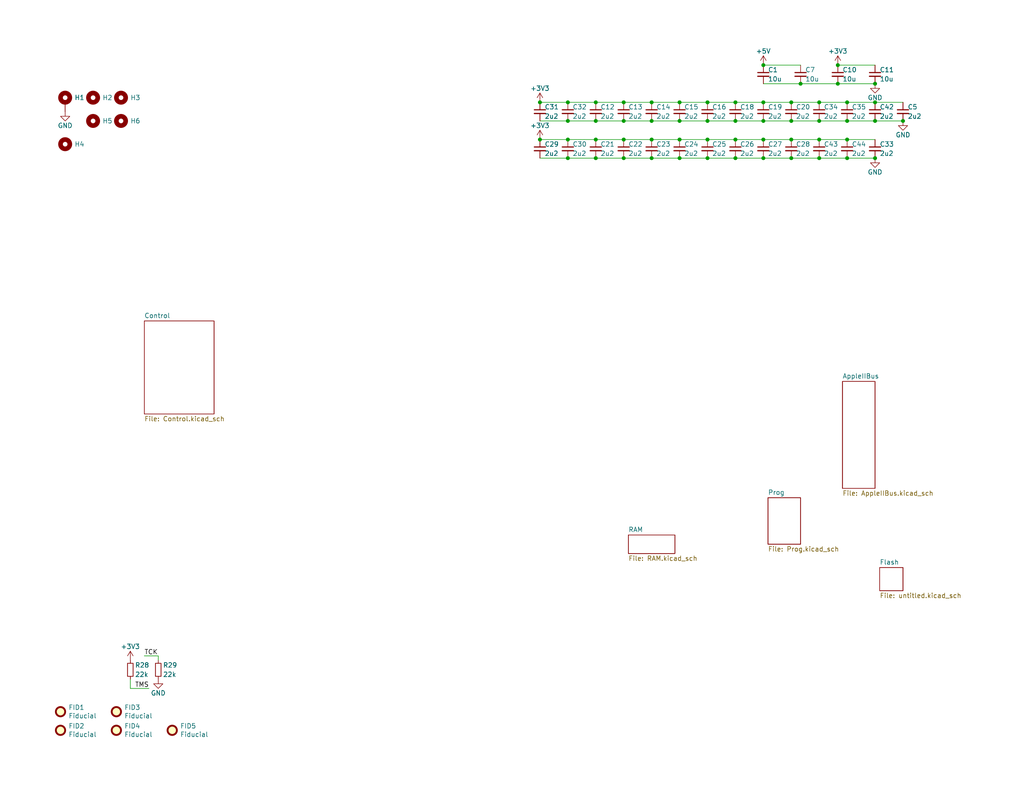
<source format=kicad_sch>
(kicad_sch (version 20211123) (generator eeschema)
  (paper "USLetter")
  (title_block (title "GR8RAM") (date "2021-04-20") (rev "1.9") (company "Garrett's Workshop"))
  (lib_symbols
    (symbol "Device:C_Small" (pin_numbers hide) (pin_names (offset 0.254) hide)
      (property "Reference" "C" (at 0.254 1.778 0))
      (property "Value" "C_Small" (at 0.254 -2.032 0))
      (symbol "C_Small_0_1"
        (polyline (pts (xy -1.524 -0.508) (xy 1.524 -0.508)) (stroke (width 0.3302)))
        (polyline (pts (xy -1.524 0.508) (xy 1.524 0.508)) (stroke (width 0.3048)))
      )
      (symbol "C_Small_1_1"
        (pin passive line (at 0 2.54 270) (length 2.032) (name "~") (number "1"))
        (pin passive line (at 0 -2.54 90) (length 2.032) (name "~") (number "2"))
      )
    )
    (symbol "Device:D_Schottky_Small_ALT" (pin_numbers hide) (pin_names (offset 0.254) hide)
      (property "Reference" "D" (at -1.27 2.032 0))
      (property "Value" "Device_D_Schottky_Small_ALT" (at -7.112 -2.032 0))
      (symbol "D_Schottky_Small_ALT_0_1"
        (polyline (pts (xy -0.762 -1.016) (xy -0.762 1.016)))
        (polyline (pts (xy -0.762 0) (xy 0.762 0)))
        (polyline (pts (xy -0.762 -1.016) (xy -0.508 -1.016) (xy -0.508 -0.762)))
        (polyline (pts (xy -0.762 1.016) (xy -1.016 1.016) (xy -1.016 0.762)))
        (polyline (pts (xy 0.762 -1.016) (xy -0.762 0) (xy 0.762 1.016) (xy 0.762 -1.016)) (fill (type outline)))
      )
      (symbol "D_Schottky_Small_ALT_1_1"
        (pin passive line (at -2.54 0 0) (length 1.778) (name "K") (number "1"))
        (pin passive line (at 2.54 0 180) (length 1.778) (name "A") (number "2"))
      )
    )
    (symbol "Device:Ferrite_Bead_Small" (pin_numbers hide) (pin_names (offset 0))
      (property "Reference" "FB" (at 1.905 1.27 0))
      (property "Value" "Device_Ferrite_Bead_Small" (at 1.905 -1.27 0))
      (symbol "Ferrite_Bead_Small_0_1"
        (polyline (pts (xy 0 -1.27) (xy 0 -0.7874)))
        (polyline (pts (xy 0 0.889) (xy 0 1.2954)))
        (polyline (pts (xy -1.8288 0.2794) (xy -1.1176 1.4986) (xy 1.8288 -0.2032) (xy 1.1176 -1.4224) (xy -1.8288 0.2794)))
      )
      (symbol "Ferrite_Bead_Small_1_1"
        (pin passive line (at 0 2.54 270) (length 1.27) (name "~") (number "1"))
        (pin passive line (at 0 -2.54 90) (length 1.27) (name "~") (number "2"))
      )
    )
    (symbol "Device:Polyfuse_Small" (pin_numbers hide) (pin_names (offset 0))
      (property "Reference" "F" (at -1.905 0 90))
      (property "Value" "Polyfuse_Small" (at 1.905 0 90))
      (symbol "Polyfuse_Small_0_1"
        (rectangle (start -0.508 1.27) (end 0.508 -1.27))
        (polyline (pts (xy 0 2.54) (xy 0 -2.54)))
        (polyline (pts (xy -1.016 1.27) (xy -1.016 0.762) (xy 1.016 -0.762) (xy 1.016 -1.27)))
      )
      (symbol "Polyfuse_Small_1_1"
        (pin passive line (at 0 2.54 270) (length 0.635) (name "~") (number "1"))
        (pin passive line (at 0 -2.54 90) (length 0.635) (name "~") (number "2"))
      )
    )
    (symbol "Device:R_Small" (pin_numbers hide) (pin_names (offset 0.254) hide)
      (property "Reference" "R" (at 0.762 0.508 0))
      (property "Value" "R_Small" (at 0.762 -1.016 0))
      (symbol "R_Small_0_1"
        (rectangle (start -0.762 1.778) (end 0.762 -1.778) (stroke (width 0.2032)))
      )
      (symbol "R_Small_1_1"
        (pin passive line (at 0 2.54 270) (length 0.762) (name "~") (number "1"))
        (pin passive line (at 0 -2.54 90) (length 0.762) (name "~") (number "2"))
      )
    )
    (symbol "GW_Power:AP2125" (pin_names (offset 1.016))
      (property "Reference" "U" (at 0 6.35 0))
      (property "Value" "GW_Power_AP2125" (at 0 -6.35 0))
      (symbol "AP2125_0_1"
        (rectangle (start -6.35 5.08) (end 6.35 -5.08) (stroke (width 0.254)) (fill (type background)))
      )
      (symbol "AP2125_1_1"
        (pin power_in line (at -11.43 -2.54 0) (length 5.08) (name "GND") (number "1"))
        (pin power_out line (at 11.43 2.54 180) (length 5.08) (name "Vout") (number "2"))
        (pin power_in line (at -11.43 2.54 0) (length 5.08) (name "Vin") (number "3"))
      )
    )
    (symbol "Mechanical:Fiducial"
      (property "Reference" "FID" (at 0 5.08 0))
      (property "Value" "Fiducial" (at 0 3.175 0))
      (symbol "Fiducial_0_1"
        (circle (center 0 0) (radius 1.27) (stroke (width 0.508)) (fill (type background)))
      )
    )
    (symbol "Mechanical:MountingHole" (pin_names (offset 1.016))
      (property "Reference" "H" (at 0 5.08 0))
      (property "Value" "MountingHole" (at 0 3.175 0))
      (symbol "MountingHole_0_1"
        (circle (center 0 0) (radius 1.27) (stroke (width 1.27)))
      )
    )
    (symbol "Mechanical:MountingHole_Pad" (pin_numbers hide) (pin_names (offset 1.016) hide)
      (property "Reference" "H" (at 0 6.35 0))
      (property "Value" "MountingHole_Pad" (at 0 4.445 0))
      (symbol "MountingHole_Pad_0_1"
        (circle (center 0 1.27) (radius 1.27) (stroke (width 1.27)))
      )
      (symbol "MountingHole_Pad_1_1"
        (pin input line (at 0 -2.54 90) (length 2.54) (name "1") (number "1"))
      )
    )
    (symbol "Transistor_FET:AO3401A" (pin_names hide)
      (property "Reference" "Q" (at 5.08 1.905 0))
      (property "Value" "AO3401A" (at 5.08 0 0))
      (symbol "AO3401A_0_1"
        (polyline (pts (xy 0.254 0) (xy -2.54 0)))
        (polyline (pts (xy 0.254 1.905) (xy 0.254 -1.905)) (stroke (width 0.254)))
        (polyline (pts (xy 0.762 -1.27) (xy 0.762 -2.286)) (stroke (width 0.254)))
        (polyline (pts (xy 0.762 0.508) (xy 0.762 -0.508)) (stroke (width 0.254)))
        (polyline (pts (xy 0.762 2.286) (xy 0.762 1.27)) (stroke (width 0.254)))
        (polyline (pts (xy 2.54 2.54) (xy 2.54 1.778)))
        (polyline (pts (xy 2.54 -2.54) (xy 2.54 0) (xy 0.762 0)))
        (polyline (pts (xy 0.762 1.778) (xy 3.302 1.778) (xy 3.302 -1.778) (xy 0.762 -1.778)))
        (polyline (pts (xy 2.286 0) (xy 1.27 0.381) (xy 1.27 -0.381) (xy 2.286 0)) (fill (type outline)))
        (polyline (pts (xy 2.794 -0.508) (xy 2.921 -0.381) (xy 3.683 -0.381) (xy 3.81 -0.254)))
        (polyline (pts (xy 3.302 -0.381) (xy 2.921 0.254) (xy 3.683 0.254) (xy 3.302 -0.381)))
        (circle (center 1.651 0) (radius 2.794) (stroke (width 0.254)))
        (circle (center 2.54 -1.778) (radius 0.254) (fill (type outline)))
        (circle (center 2.54 1.778) (radius 0.254) (fill (type outline)))
      )
      (symbol "AO3401A_1_1"
        (pin input line (at -5.08 0 0) (length 2.54) (name "G") (number "1"))
        (pin passive line (at 2.54 -5.08 90) (length 2.54) (name "S") (number "2"))
        (pin passive line (at 2.54 5.08 270) (length 2.54) (name "D") (number "3"))
      )
    )
    (symbol "power:+3V3" (power) (pin_names (offset 0))
      (property "Value" "+3V3" (at 0 3.556 0))
      (symbol "+3V3_0_1"
        (polyline (pts (xy -0.762 1.27) (xy 0 2.54)))
        (polyline (pts (xy 0 0) (xy 0 2.54)))
        (polyline (pts (xy 0 2.54) (xy 0.762 1.27)))
      )
      (symbol "+3V3_1_1"
        (pin power_in line (at 0 0 90) (length 0) hide (name "+3V3") (number "1"))
      )
    )
    (symbol "power:+5V" (power) (pin_names (offset 0))
      (property "Value" "+5V" (at 0 3.556 0))
      (symbol "+5V_0_1"
        (polyline (pts (xy -0.762 1.27) (xy 0 2.54)))
        (polyline (pts (xy 0 0) (xy 0 2.54)))
        (polyline (pts (xy 0 2.54) (xy 0.762 1.27)))
      )
      (symbol "+5V_1_1"
        (pin power_in line (at 0 0 90) (length 0) hide (name "+5V") (number "1"))
      )
    )
    (symbol "power:GND" (power) (pin_names (offset 0))
      (property "Value" "GND" (at 0 -3.81 0))
      (symbol "GND_0_1"
        (polyline (pts (xy 0 0) (xy 0 -1.27) (xy 1.27 -1.27) (xy 0 -2.54) (xy -1.27 -1.27) (xy 0 -1.27)))
      )
      (symbol "GND_1_1"
        (pin power_in line (at 0 0 270) (length 0) hide (name "GND") (number "1"))
      )
    )
    (symbol "power:VBUS" (power) (pin_names (offset 0))
      (property "Value" "VBUS" (at 0 3.81 0))
      (symbol "VBUS_0_1"
        (polyline (pts (xy -0.762 1.27) (xy 0 2.54)))
        (polyline (pts (xy 0 0) (xy 0 2.54)))
        (polyline (pts (xy 0 2.54) (xy 0.762 1.27)))
      )
      (symbol "VBUS_1_1"
        (pin power_in line (at 0 0 90) (length 0) hide (name "VBUS") (number "1"))
      )
    )
  )
  (junction (at 200.66 27.94))
  (junction (at 208.28 17.78))
  (junction (at 208.28 27.94))
  (junction (at 162.56 43.18))
  (junction (at 177.8 38.1))
  (junction (at 231.14 43.18))
  (junction (at 162.56 38.1))
  (junction (at 200.66 38.1))
  (junction (at 218.44 22.86))
  (junction (at 223.52 38.1))
  (junction (at 87.63 233.68))
  (junction (at 228.6 17.78))
  (junction (at 154.94 43.18))
  (junction (at 128.27 233.68))
  (junction (at 231.14 27.94))
  (junction (at 215.9 38.1))
  (junction (at 238.76 43.18))
  (junction (at 147.32 38.1))
  (junction (at 170.18 27.94))
  (junction (at 223.52 27.94))
  (junction (at 185.42 43.18))
  (junction (at 238.76 33.02))
  (junction (at 231.14 38.1))
  (junction (at 154.94 38.1))
  (junction (at 215.9 33.02))
  (junction (at 95.25 248.92))
  (junction (at 162.56 33.02))
  (junction (at 154.94 27.94))
  (junction (at 147.32 27.94))
  (junction (at 228.6 22.86))
  (junction (at 200.66 33.02))
  (junction (at 238.76 22.86))
  (junction (at 185.42 33.02))
  (junction (at 185.42 27.94))
  (junction (at 87.63 241.3))
  (junction (at 185.42 38.1))
  (junction (at 231.14 33.02))
  (junction (at 208.28 33.02))
  (junction (at 170.18 43.18))
  (junction (at 208.28 43.18))
  (junction (at 223.52 33.02))
  (junction (at 170.18 33.02))
  (junction (at 215.9 27.94))
  (junction (at 128.27 248.92))
  (junction (at 177.8 33.02))
  (junction (at 238.76 27.94))
  (junction (at 170.18 38.1))
  (junction (at 162.56 27.94))
  (junction (at 223.52 43.18))
  (junction (at 80.01 233.68))
  (junction (at 154.94 33.02))
  (junction (at 193.04 27.94))
  (junction (at 208.28 38.1))
  (junction (at 177.8 27.94))
  (junction (at 193.04 33.02))
  (junction (at 246.38 33.02))
  (junction (at 80.01 223.52))
  (junction (at 177.8 43.18))
  (junction (at 95.25 233.68))
  (junction (at 215.9 43.18))
  (junction (at 193.04 38.1))
  (junction (at 200.66 43.18))
  (junction (at 193.04 43.18))
  (wire (pts (xy 215.9 27.94) (xy 223.52 27.94)))
  (wire (pts (xy 208.28 17.78) (xy 218.44 17.78)))
  (wire (pts (xy 43.18 179.07) (xy 39.37 179.07)))
  (wire (pts (xy 193.04 43.18) (xy 200.66 43.18)))
  (wire (pts (xy 87.63 248.92) (xy 95.25 248.92)))
  (wire (pts (xy 215.9 33.02) (xy 223.52 33.02)))
  (wire (pts (xy 154.94 38.1) (xy 162.56 38.1)))
  (wire (pts (xy 208.28 43.18) (xy 215.9 43.18)))
  (wire (pts (xy 87.63 233.68) (xy 87.63 234.95)))
  (wire (pts (xy 87.63 233.68) (xy 95.25 233.68)))
  (wire (pts (xy 121.92 233.68) (xy 120.65 233.68)))
  (wire (pts (xy 87.63 241.3) (xy 87.63 242.57)))
  (wire (pts (xy 128.27 233.68) (xy 128.27 234.95)))
  (wire (pts (xy 223.52 33.02) (xy 231.14 33.02)))
  (wire (pts (xy 87.63 240.03) (xy 87.63 241.3)))
  (wire (pts (xy 35.56 187.96) (xy 40.64 187.96)))
  (wire (pts (xy 85.09 233.68) (xy 87.63 233.68)))
  (wire (pts (xy 215.9 38.1) (xy 223.52 38.1)))
  (wire (pts (xy 231.14 33.02) (xy 238.76 33.02)))
  (polyline (pts (xy 124.46 234.95) (xy 125.095 235.585)))
  (wire (pts (xy 238.76 33.02) (xy 246.38 33.02)))
  (wire (pts (xy 215.9 27.94) (xy 208.28 27.94)))
  (wire (pts (xy 147.32 43.18) (xy 154.94 43.18)))
  (wire (pts (xy 162.56 33.02) (xy 170.18 33.02)))
  (wire (pts (xy 185.42 27.94) (xy 193.04 27.94)))
  (wire (pts (xy 185.42 33.02) (xy 193.04 33.02)))
  (wire (pts (xy 177.8 27.94) (xy 185.42 27.94)))
  (wire (pts (xy 215.9 43.18) (xy 223.52 43.18)))
  (wire (pts (xy 95.25 243.84) (xy 95.25 248.92)))
  (wire (pts (xy 128.27 233.68) (xy 127 233.68)))
  (wire (pts (xy 231.14 27.94) (xy 238.76 27.94)))
  (wire (pts (xy 80.01 233.68) (xy 80.01 223.52)))
  (wire (pts (xy 228.6 22.86) (xy 238.76 22.86)))
  (wire (pts (xy 200.66 43.18) (xy 208.28 43.18)))
  (wire (pts (xy 238.76 43.18) (xy 231.14 43.18)))
  (wire (pts (xy 185.42 43.18) (xy 193.04 43.18)))
  (wire (pts (xy 154.94 33.02) (xy 162.56 33.02)))
  (wire (pts (xy 208.28 38.1) (xy 215.9 38.1)))
  (wire (pts (xy 162.56 27.94) (xy 170.18 27.94)))
  (wire (pts (xy 87.63 247.65) (xy 87.63 248.92)))
  (wire (pts (xy 170.18 27.94) (xy 177.8 27.94)))
  (wire (pts (xy 162.56 43.18) (xy 170.18 43.18)))
  (wire (pts (xy 35.56 187.96) (xy 35.56 185.42)))
  (wire (pts (xy 74.93 241.3) (xy 87.63 241.3)))
  (wire (pts (xy 147.32 27.94) (xy 154.94 27.94)))
  (wire (pts (xy 147.32 33.02) (xy 154.94 33.02)))
  (wire (pts (xy 177.8 38.1) (xy 185.42 38.1)))
  (wire (pts (xy 228.6 17.78) (xy 238.76 17.78)))
  (wire (pts (xy 193.04 27.94) (xy 200.66 27.94)))
  (wire (pts (xy 208.28 22.86) (xy 218.44 22.86)))
  (wire (pts (xy 223.52 27.94) (xy 231.14 27.94)))
  (wire (pts (xy 208.28 33.02) (xy 215.9 33.02)))
  (wire (pts (xy 185.42 38.1) (xy 193.04 38.1)))
  (wire (pts (xy 80.01 223.52) (xy 87.63 223.52)))
  (wire (pts (xy 95.25 233.68) (xy 115.57 233.68)))
  (wire (pts (xy 170.18 33.02) (xy 177.8 33.02)))
  (wire (pts (xy 200.66 33.02) (xy 208.28 33.02)))
  (wire (pts (xy 95.25 248.92) (xy 128.27 248.92)))
  (wire (pts (xy 170.18 43.18) (xy 177.8 43.18)))
  (wire (pts (xy 246.38 27.94) (xy 238.76 27.94)))
  (wire (pts (xy 231.14 38.1) (xy 238.76 38.1)))
  (wire (pts (xy 154.94 43.18) (xy 162.56 43.18)))
  (wire (pts (xy 43.18 179.07) (xy 43.18 180.34)))
  (wire (pts (xy 128.27 240.03) (xy 128.27 248.92)))
  (wire (pts (xy 185.42 43.18) (xy 177.8 43.18)))
  (polyline (pts (xy 124.46 234.95) (xy 123.825 235.585)))
  (wire (pts (xy 223.52 38.1) (xy 231.14 38.1)))
  (wire (pts (xy 170.18 38.1) (xy 177.8 38.1)))
  (wire (pts (xy 162.56 38.1) (xy 170.18 38.1)))
  (polyline (pts (xy 124.46 234.95) (xy 124.46 238.76)))
  (wire (pts (xy 77.47 223.52) (xy 80.01 223.52)))
  (wire (pts (xy 95.25 233.68) (xy 95.25 238.76)))
  (wire (pts (xy 200.66 38.1) (xy 208.28 38.1)))
  (wire (pts (xy 154.94 27.94) (xy 162.56 27.94)))
  (wire (pts (xy 218.44 22.86) (xy 228.6 22.86)))
  (wire (pts (xy 223.52 43.18) (xy 231.14 43.18)))
  (wire (pts (xy 193.04 38.1) (xy 200.66 38.1)))
  (wire (pts (xy 177.8 33.02) (xy 185.42 33.02)))
  (wire (pts (xy 200.66 27.94) (xy 208.28 27.94)))
  (wire (pts (xy 193.04 33.02) (xy 200.66 33.02)))
  (wire (pts (xy 147.32 38.1) (xy 154.94 38.1)))
  (label "TCK" (at 39.37 179.07 0))
  (label "TMS" (at 40.64 187.96 180))
  (global_label "Vin" (shape input) (at 77.47 223.52 180) (property "Intersheet References" "${INTERSHEET_REFS}" (effects hide)))
  (symbol (lib_id "Device:C_Small") (at 238.76 20.32 0) (unit 1)
    (property "Reference" "C11" (at 240.03 19.05 0) (effects (justify left)))
    (property "Value" "10u" (at 240.03 21.59 0) (effects (justify left)))
    (property "Footprint" "stdpads:C_0805" (effects hide))
    (property "LCSC Part" "C15850" (effects hide))
  )
  (symbol (lib_id "Mechanical:Fiducial") (at 16.51 199.39 0) (unit 1)
    (property "Reference" "FID2" (at 18.669 198.2216 0) (effects (justify left)))
    (property "Value" "Fiducial" (at 18.669 200.533 0) (effects (justify left)))
    (property "Footprint" "stdpads:Fiducial" (effects hide))
  )
  (symbol (lib_id "Mechanical:Fiducial") (at 31.75 194.31 0) (unit 1)
    (property "Reference" "FID3" (at 33.909 193.1416 0) (effects (justify left)))
    (property "Value" "Fiducial" (at 33.909 195.453 0) (effects (justify left)))
    (property "Footprint" "stdpads:Fiducial" (effects hide))
  )
  (symbol (lib_id "Device:C_Small") (at 162.56 30.48 0) (unit 1)
    (property "Reference" "C12" (at 163.83 29.21 0) (effects (justify left)))
    (property "Value" "2u2" (at 163.83 31.75 0) (effects (justify left)))
    (property "Footprint" "stdpads:C_0603" (effects hide))
    (property "LCSC Part" "C23630" (effects hide))
  )
  (symbol (lib_id "Device:C_Small") (at 228.6 20.32 0) (unit 1)
    (property "Reference" "C10" (at 229.87 19.05 0) (effects (justify left)))
    (property "Value" "10u" (at 229.87 21.59 0) (effects (justify left)))
    (property "Footprint" "stdpads:C_0805" (effects hide))
    (property "LCSC Part" "C15850" (effects hide))
  )
  (symbol (lib_id "Mechanical:MountingHole") (at 17.78 39.37 0) (unit 1)
    (property "Reference" "H4" (at 20.32 39.37 0) (effects (justify left)))
    (property "Value" " " (at 20.32 40.386 0) (effects (justify left)))
    (property "Footprint" "stdpads:PasteHole_1.152mm_NPTH" (effects hide))
  )
  (symbol (lib_id "Mechanical:MountingHole") (at 25.4 33.02 0) (unit 1)
    (property "Reference" "H5" (at 27.94 33.02 0) (effects (justify left)))
    (property "Value" " " (at 27.94 34.036 0) (effects (justify left)))
    (property "Footprint" "stdpads:PasteHole_1.152mm_NPTH" (effects hide))
  )
  (symbol (lib_id "Device:C_Small") (at 208.28 20.32 0) (unit 1)
    (property "Reference" "C1" (at 209.55 19.05 0) (effects (justify left)))
    (property "Value" "10u" (at 209.55 21.59 0) (effects (justify left)))
    (property "Footprint" "stdpads:C_0805" (effects hide))
    (property "LCSC Part" "C15850" (effects hide))
  )
  (symbol (lib_id "Device:C_Small") (at 218.44 20.32 0) (unit 1)
    (property "Reference" "C7" (at 219.71 19.05 0) (effects (justify left)))
    (property "Value" "10u" (at 219.71 21.59 0) (effects (justify left)))
    (property "Footprint" "stdpads:C_0805" (effects hide))
    (property "LCSC Part" "C15850" (effects hide))
  )
  (symbol (lib_id "Mechanical:Fiducial") (at 16.51 194.31 0) (unit 1)
    (property "Reference" "FID1" (at 18.669 193.1416 0) (effects (justify left)))
    (property "Value" "Fiducial" (at 18.669 195.453 0) (effects (justify left)))
    (property "Footprint" "stdpads:Fiducial" (effects hide))
  )
  (symbol (lib_id "Mechanical:Fiducial") (at 31.75 199.39 0) (unit 1)
    (property "Reference" "FID4" (at 33.909 198.2216 0) (effects (justify left)))
    (property "Value" "Fiducial" (at 33.909 200.533 0) (effects (justify left)))
    (property "Footprint" "stdpads:Fiducial" (effects hide))
  )
  (symbol (lib_id "Mechanical:Fiducial") (at 46.99 199.39 0) (unit 1)
    (property "Reference" "FID5" (at 49.149 198.2216 0) (effects (justify left)))
    (property "Value" "Fiducial" (at 49.149 200.533 0) (effects (justify left)))
    (property "Footprint" "stdpads:Fiducial" (effects hide))
  )
  (symbol (lib_id "Device:C_Small") (at 170.18 30.48 0) (unit 1)
    (property "Reference" "C13" (at 171.45 29.21 0) (effects (justify left)))
    (property "Value" "2u2" (at 171.45 31.75 0) (effects (justify left)))
    (property "Footprint" "stdpads:C_0603" (effects hide))
    (property "LCSC Part" "C23630" (effects hide))
  )
  (symbol (lib_id "Mechanical:MountingHole_Pad") (at 17.78 27.94 0) (unit 1)
    (property "Reference" "H1" (at 20.32 26.6446 0) (effects (justify left)))
    (property "Value" " " (at 20.32 28.956 0) (effects (justify left)))
    (property "Footprint" "stdpads:PasteHole_1.1mm_PTH" (effects hide))
  )
  (symbol (lib_id "Mechanical:MountingHole") (at 25.4 26.67 0) (unit 1)
    (property "Reference" "H2" (at 27.94 26.67 0) (effects (justify left)))
    (property "Value" " " (at 27.94 27.686 0) (effects (justify left)))
    (property "Footprint" "stdpads:PasteHole_1.152mm_NPTH" (effects hide))
  )
  (symbol (lib_id "Mechanical:MountingHole") (at 33.02 26.67 0) (unit 1)
    (property "Reference" "H3" (at 35.56 26.67 0) (effects (justify left)))
    (property "Value" " " (at 35.56 27.686 0) (effects (justify left)))
    (property "Footprint" "stdpads:PasteHole_1.152mm_NPTH" (effects hide))
  )
  (symbol (lib_id "power:GND") (at 17.78 30.48 0) (unit 1)
    (property "Reference" "#PWR0109" (effects hide))
    (property "Value" "GND" (at 17.78 34.29 0))
  )
  (symbol (lib_id "Mechanical:MountingHole") (at 33.02 33.02 0) (unit 1)
    (property "Reference" "H6" (at 35.56 33.02 0) (effects (justify left)))
    (property "Value" " " (at 35.56 34.036 0) (effects (justify left)))
    (property "Footprint" "stdpads:PasteHole_1.152mm_NPTH" (effects hide))
  )
  (symbol (lib_id "Device:R_Small") (at 35.56 182.88 0) (unit 1)
    (property "Reference" "R28" (at 36.83 181.61 0) (effects (justify left)))
    (property "Value" "22k" (at 36.83 184.15 0) (effects (justify left)))
    (property "Footprint" "stdpads:R_0603" (effects hide))
    (property "LCSC Part" "C31850" (effects hide))
  )
  (symbol (lib_id "Device:R_Small") (at 43.18 182.88 0) (unit 1)
    (property "Reference" "R29" (at 44.45 181.61 0) (effects (justify left)))
    (property "Value" "22k" (at 44.45 184.15 0) (effects (justify left)))
    (property "Footprint" "stdpads:R_0603" (effects hide))
    (property "LCSC Part" "C31850" (effects hide))
  )
  (symbol (lib_id "power:+3V3") (at 35.56 180.34 0) (unit 1)
    (property "Reference" "#PWR0133" (effects hide))
    (property "Value" "+3V3" (at 35.56 176.53 0))
  )
  (symbol (lib_id "power:GND") (at 43.18 185.42 0) (unit 1)
    (property "Reference" "#PWR0161" (effects hide))
    (property "Value" "GND" (at 43.18 189.23 0))
  )
  (symbol (lib_id "power:+5V") (at 208.28 17.78 0) (unit 1)
    (property "Reference" "#PWR0120" (effects hide))
    (property "Value" "+5V" (at 208.28 13.97 0))
  )
  (symbol (lib_id "Device:C_Small") (at 246.38 30.48 0) (unit 1)
    (property "Reference" "C5" (at 247.65 29.21 0) (effects (justify left)))
    (property "Value" "2u2" (at 247.65 31.75 0) (effects (justify left)))
    (property "Footprint" "stdpads:C_0603" (effects hide))
    (property "LCSC Part" "C23630" (effects hide))
  )
  (symbol (lib_id "power:GND") (at 246.38 33.02 0) (unit 1)
    (property "Reference" "#PWR0135" (effects hide))
    (property "Value" "GND" (at 246.38 36.83 0))
  )
  (symbol (lib_id "power:GND") (at 238.76 22.86 0) (unit 1)
    (property "Reference" "#PWR0145" (effects hide))
    (property "Value" "GND" (at 238.76 26.67 0))
  )
  (symbol (lib_id "Device:C_Small") (at 238.76 30.48 0) (unit 1)
    (property "Reference" "C42" (at 240.03 29.21 0) (effects (justify left)))
    (property "Value" "2u2" (at 240.03 31.75 0) (effects (justify left)))
    (property "Footprint" "stdpads:C_0603" (effects hide))
    (property "LCSC Part" "C23630" (effects hide))
  )
  (symbol (lib_id "Device:C_Small") (at 223.52 40.64 0) (unit 1)
    (property "Reference" "C43" (at 224.79 39.37 0) (effects (justify left)))
    (property "Value" "2u2" (at 224.79 41.91 0) (effects (justify left)))
    (property "Footprint" "stdpads:C_0603" (effects hide))
    (property "LCSC Part" "C23630" (effects hide))
  )
  (symbol (lib_id "Device:C_Small") (at 231.14 40.64 0) (unit 1)
    (property "Reference" "C44" (at 232.41 39.37 0) (effects (justify left)))
    (property "Value" "2u2" (at 232.41 41.91 0) (effects (justify left)))
    (property "Footprint" "stdpads:C_0603" (effects hide))
    (property "LCSC Part" "C23630" (effects hide))
  )
  (symbol (lib_id "Device:C_Small") (at 154.94 30.48 0) (unit 1)
    (property "Reference" "C32" (at 156.21 29.21 0) (effects (justify left)))
    (property "Value" "2u2" (at 156.21 31.75 0) (effects (justify left)))
    (property "Footprint" "stdpads:C_0603" (effects hide))
    (property "LCSC Part" "C23630" (effects hide))
  )
  (symbol (lib_id "Device:C_Small") (at 238.76 40.64 0) (unit 1)
    (property "Reference" "C33" (at 240.03 39.37 0) (effects (justify left)))
    (property "Value" "2u2" (at 240.03 41.91 0) (effects (justify left)))
    (property "Footprint" "stdpads:C_0603" (effects hide))
    (property "LCSC Part" "C23630" (effects hide))
  )
  (symbol (lib_id "Device:C_Small") (at 223.52 30.48 0) (unit 1)
    (property "Reference" "C34" (at 224.79 29.21 0) (effects (justify left)))
    (property "Value" "2u2" (at 224.79 31.75 0) (effects (justify left)))
    (property "Footprint" "stdpads:C_0603" (effects hide))
    (property "LCSC Part" "C23630" (effects hide))
  )
  (symbol (lib_id "power:+3V3") (at 228.6 17.78 0) (unit 1)
    (property "Reference" "#PWR0132" (effects hide))
    (property "Value" "+3V3" (at 228.6 13.97 0))
  )
  (symbol (lib_id "Device:C_Small") (at 231.14 30.48 0) (unit 1)
    (property "Reference" "C35" (at 232.41 29.21 0) (effects (justify left)))
    (property "Value" "2u2" (at 232.41 31.75 0) (effects (justify left)))
    (property "Footprint" "stdpads:C_0603" (effects hide))
    (property "LCSC Part" "C23630" (effects hide))
  )
  (symbol (lib_id "power:+3V3") (at 147.32 27.94 0) (unit 1)
    (property "Reference" "#PWR0111" (effects hide))
    (property "Value" "+3V3" (at 147.32 24.13 0))
  )
  (symbol (lib_id "Device:C_Small") (at 177.8 30.48 0) (unit 1)
    (property "Reference" "C14" (at 179.07 29.21 0) (effects (justify left)))
    (property "Value" "2u2" (at 179.07 31.75 0) (effects (justify left)))
    (property "Footprint" "stdpads:C_0603" (effects hide))
    (property "LCSC Part" "C23630" (effects hide))
  )
  (symbol (lib_id "Device:C_Small") (at 185.42 30.48 0) (unit 1)
    (property "Reference" "C15" (at 186.69 29.21 0) (effects (justify left)))
    (property "Value" "2u2" (at 186.69 31.75 0) (effects (justify left)))
    (property "Footprint" "stdpads:C_0603" (effects hide))
    (property "LCSC Part" "C23630" (effects hide))
  )
  (symbol (lib_id "power:GND") (at 238.76 43.18 0) (unit 1)
    (property "Reference" "#PWR0124" (effects hide))
    (property "Value" "GND" (at 238.76 46.99 0))
  )
  (symbol (lib_id "Device:C_Small") (at 193.04 30.48 0) (unit 1)
    (property "Reference" "C16" (at 194.31 29.21 0) (effects (justify left)))
    (property "Value" "2u2" (at 194.31 31.75 0) (effects (justify left)))
    (property "Footprint" "stdpads:C_0603" (effects hide))
    (property "LCSC Part" "C23630" (effects hide))
  )
  (symbol (lib_id "Device:C_Small") (at 208.28 30.48 0) (unit 1)
    (property "Reference" "C19" (at 209.55 29.21 0) (effects (justify left)))
    (property "Value" "2u2" (at 209.55 31.75 0) (effects (justify left)))
    (property "Footprint" "stdpads:C_0603" (effects hide))
    (property "LCSC Part" "C23630" (effects hide))
  )
  (symbol (lib_id "Device:C_Small") (at 215.9 30.48 0) (unit 1)
    (property "Reference" "C20" (at 217.17 29.21 0) (effects (justify left)))
    (property "Value" "2u2" (at 217.17 31.75 0) (effects (justify left)))
    (property "Footprint" "stdpads:C_0603" (effects hide))
    (property "LCSC Part" "C23630" (effects hide))
  )
  (symbol (lib_id "Device:C_Small") (at 162.56 40.64 0) (unit 1)
    (property "Reference" "C21" (at 163.83 39.37 0) (effects (justify left)))
    (property "Value" "2u2" (at 163.83 41.91 0) (effects (justify left)))
    (property "Footprint" "stdpads:C_0603" (effects hide))
    (property "LCSC Part" "C23630" (effects hide))
  )
  (symbol (lib_id "Device:C_Small") (at 170.18 40.64 0) (unit 1)
    (property "Reference" "C22" (at 171.45 39.37 0) (effects (justify left)))
    (property "Value" "2u2" (at 171.45 41.91 0) (effects (justify left)))
    (property "Footprint" "stdpads:C_0603" (effects hide))
    (property "LCSC Part" "C23630" (effects hide))
  )
  (symbol (lib_id "Device:C_Small") (at 177.8 40.64 0) (unit 1)
    (property "Reference" "C23" (at 179.07 39.37 0) (effects (justify left)))
    (property "Value" "2u2" (at 179.07 41.91 0) (effects (justify left)))
    (property "Footprint" "stdpads:C_0603" (effects hide))
    (property "LCSC Part" "C23630" (effects hide))
  )
  (symbol (lib_id "Device:C_Small") (at 200.66 30.48 0) (unit 1)
    (property "Reference" "C18" (at 201.93 29.21 0) (effects (justify left)))
    (property "Value" "2u2" (at 201.93 31.75 0) (effects (justify left)))
    (property "Footprint" "stdpads:C_0603" (effects hide))
    (property "LCSC Part" "C23630" (effects hide))
  )
  (symbol (lib_id "Device:C_Small") (at 185.42 40.64 0) (unit 1)
    (property "Reference" "C24" (at 186.69 39.37 0) (effects (justify left)))
    (property "Value" "2u2" (at 186.69 41.91 0) (effects (justify left)))
    (property "Footprint" "stdpads:C_0603" (effects hide))
    (property "LCSC Part" "C23630" (effects hide))
  )
  (symbol (lib_id "Device:C_Small") (at 193.04 40.64 0) (unit 1)
    (property "Reference" "C25" (at 194.31 39.37 0) (effects (justify left)))
    (property "Value" "2u2" (at 194.31 41.91 0) (effects (justify left)))
    (property "Footprint" "stdpads:C_0603" (effects hide))
    (property "LCSC Part" "C23630" (effects hide))
  )
  (symbol (lib_id "Device:C_Small") (at 208.28 40.64 0) (unit 1)
    (property "Reference" "C27" (at 209.55 39.37 0) (effects (justify left)))
    (property "Value" "2u2" (at 209.55 41.91 0) (effects (justify left)))
    (property "Footprint" "stdpads:C_0603" (effects hide))
    (property "LCSC Part" "C23630" (effects hide))
  )
  (symbol (lib_id "Device:C_Small") (at 215.9 40.64 0) (unit 1)
    (property "Reference" "C28" (at 217.17 39.37 0) (effects (justify left)))
    (property "Value" "2u2" (at 217.17 41.91 0) (effects (justify left)))
    (property "Footprint" "stdpads:C_0603" (effects hide))
    (property "LCSC Part" "C23630" (effects hide))
  )
  (symbol (lib_id "Device:C_Small") (at 147.32 40.64 0) (unit 1)
    (property "Reference" "C29" (at 148.59 39.37 0) (effects (justify left)))
    (property "Value" "2u2" (at 148.59 41.91 0) (effects (justify left)))
    (property "Footprint" "stdpads:C_0603" (effects hide))
    (property "LCSC Part" "C23630" (effects hide))
  )
  (symbol (lib_id "power:+3V3") (at 147.32 38.1 0) (unit 1)
    (property "Reference" "#PWR0165" (effects hide))
    (property "Value" "+3V3" (at 147.32 34.29 0))
  )
  (symbol (lib_id "Device:C_Small") (at 154.94 40.64 0) (unit 1)
    (property "Reference" "C30" (at 156.21 39.37 0) (effects (justify left)))
    (property "Value" "2u2" (at 156.21 41.91 0) (effects (justify left)))
    (property "Footprint" "stdpads:C_0603" (effects hide))
    (property "LCSC Part" "C23630" (effects hide))
  )
  (symbol (lib_id "Device:C_Small") (at 147.32 30.48 0) (unit 1)
    (property "Reference" "C31" (at 148.59 29.21 0) (effects (justify left)))
    (property "Value" "2u2" (at 148.59 31.75 0) (effects (justify left)))
    (property "Footprint" "stdpads:C_0603" (effects hide))
    (property "LCSC Part" "C23630" (effects hide))
  )
  (symbol (lib_id "Device:C_Small") (at 200.66 40.64 0) (unit 1)
    (property "Reference" "C26" (at 201.93 39.37 0) (effects (justify left)))
    (property "Value" "2u2" (at 201.93 41.91 0) (effects (justify left)))
    (property "Footprint" "stdpads:C_0603" (effects hide))
    (property "LCSC Part" "C23630" (effects hide))
  )
  (symbol (lib_id "GW_Power:AP2125") (at 99.06 226.06 0) (unit 1)
    (property "Reference" "U?" (at 99.06 219.71 0))
    (property "Value" "XC6206P332MR" (at 99.06 232.41 0))
    (property "Footprint" "stdpads:SOT-23" (effects hide))
    (property "LCSC Part" "C5446" (effects hide))
  )
  (symbol (lib_id "power:GND") (at 128.27 248.92 0) (unit 1)
    (property "Reference" "#PWR?" (effects hide))
    (property "Value" "GND" (at 128.27 252.73 0))
  )
  (symbol (lib_id "power:VBUS") (at 128.27 233.68 0) (mirror y) (unit 1)
    (property "Reference" "#PWR?" (effects hide))
    (property "Value" "VBUS" (at 128.27 229.87 0))
  )
  (symbol (lib_id "power:GND") (at 87.63 228.6 0) (unit 1)
    (property "Reference" "#PWR?" (effects hide))
    (property "Value" "GND" (at 87.63 232.41 0))
  )
  (symbol (lib_id "Device:D_Schottky_Small_ALT") (at 67.31 233.68 0) (mirror y) (unit 1)
    (property "Reference" "D?" (at 67.31 237.49 0))
    (property "Value" "SS34" (at 67.31 234.95 0) (effects (justify top)))
    (property "Footprint" "stdpads:D_SMA" (effects hide))
    (property "LCSC Part" "C8678" (effects hide))
  )
  (symbol (lib_id "power:+3V3") (at 110.49 223.52 0) (unit 1)
    (property "Reference" "#PWR?" (effects hide))
    (property "Value" "+3V3" (at 110.49 219.71 0))
  )
  (symbol (lib_id "power:+5V") (at 64.77 233.68 0) (unit 1)
    (property "Reference" "#PWR?" (effects hide))
    (property "Value" "+5V" (at 64.77 229.87 0))
  )
  (symbol (lib_id "Device:D_Schottky_Small_ALT") (at 82.55 233.68 0) (unit 1)
    (property "Reference" "D?" (at 82.55 237.49 0))
    (property "Value" "SS34" (at 82.55 234.95 0) (effects (justify top)))
    (property "Footprint" "stdpads:D_SMA" (effects hide))
    (property "LCSC Part" "C8678" (effects hide))
  )
  (symbol (lib_id "Device:Ferrite_Bead_Small") (at 118.11 233.68 270) (unit 1)
    (property "Reference" "FB?" (at 118.11 228.6 90))
    (property "Value" "GZ2012D101TF" (at 118.11 231.14 90) (effects (justify bottom)))
    (property "Footprint" "stdpads:Murata_BLM21" (effects hide))
    (property "LCSC Part" "C1015" (effects hide))
  )
  (symbol (lib_id "Device:R_Small") (at 87.63 245.11 0) (unit 1)
    (property "Reference" "R?" (at 88.9 243.84 0) (effects (justify left)))
    (property "Value" "1k" (at 88.9 246.38 0) (effects (justify left)))
    (property "Footprint" "stdpads:R_0805" (effects hide))
    (property "LCSC Part" "C17513" (effects hide))
  )
  (symbol (lib_id "Device:R_Small") (at 87.63 237.49 0) (unit 1)
    (property "Reference" "R?" (at 88.9 236.22 0) (effects (justify left)))
    (property "Value" "1k" (at 88.9 238.76 0) (effects (justify left)))
    (property "Footprint" "stdpads:R_0805" (effects hide))
    (property "LCSC Part" "C17513" (effects hide))
  )
  (symbol (lib_id "Device:C_Small") (at 128.27 237.49 0) (mirror y) (unit 1)
    (property "Reference" "C?" (at 130.81 236.22 0) (effects (justify right)))
    (property "Value" "10u" (at 130.81 238.76 0) (effects (justify right)))
    (property "Footprint" "stdpads:C_0805" (effects hide))
    (property "LCSC Part" "C15850" (effects hide))
  )
  (symbol (lib_id "Device:Polyfuse_Small") (at 124.46 233.68 270) (unit 1)
    (property "Reference" "F?" (at 124.46 232.41 90) (effects (justify bottom)))
    (property "Value" "nSMD050-16V" (at 120.65 240.03 90))
    (property "Footprint" "stdpads:BelFuse_1206" (effects hide))
    (property "LCSC Part" "C70075" (effects hide))
  )
  (symbol (lib_id "Device:C_Small") (at 95.25 241.3 0) (mirror y) (unit 1)
    (property "Reference" "C?" (at 97.79 240.03 0) (effects (justify right)))
    (property "Value" "10u" (at 97.79 242.57 0) (effects (justify right)))
    (property "Footprint" "stdpads:C_0805" (effects hide))
    (property "LCSC Part" "C15850" (effects hide))
  )
  (symbol (lib_id "Transistor_FET:AO3401A") (at 74.93 236.22 270) (mirror x) (unit 1)
    (property "Reference" "Q?" (at 74.93 228.6 90))
    (property "Value" "AO3401A" (at 74.93 231.14 90) (effects (justify top)))
    (property "Footprint" "stdpads:SOT-23" (effects hide))
    (property "Datasheet" "http://www.aosmd.com/pdfs/datasheet/AO3401A.pdf" (effects hide))
    (property "LCSC Part" "C15127" (effects hide))
  )
  (sheet (at 171.45 146.05) (size 12.7 5.08) (stroke (width 0.1524))
    (property "Sheet name" "RAM" (at 171.45 145.3384 0) (effects (justify left bottom)))
    (property "Sheet file" "RAM.kicad_sch" (at 171.45 151.7146 0) (effects (justify left top)))
  )
  (sheet (at 229.87 104.14) (size 8.89 29.21) (stroke (width 0.1524))
    (property "Sheet name" "AppleIIBus" (at 229.87 103.4284 0) (effects (justify left bottom)))
    (property "Sheet file" "AppleIIBus.kicad_sch" (at 229.87 133.9346 0) (effects (justify left top)))
  )
  (sheet (at 293.37 66.04) (size 13.97 8.89) (stroke (width 0.1524))
    (property "Sheet name" "BODMenu" (at 293.37 65.3284 0) (effects (justify left bottom)))
    (property "Sheet file" "BODMenu.kicad_sch" (at 293.37 75.5146 0) (effects (justify left top)))
  )
  (sheet (at 39.37 87.63) (size 19.05 25.4) (stroke (width 0.1524))
    (property "Sheet name" "Control" (at 39.37 86.9184 0) (effects (justify left bottom)))
    (property "Sheet file" "Control.kicad_sch" (at 39.37 113.6146 0) (effects (justify left top)))
  )
  (sheet (at 240.03 154.94) (size 6.35 6.35) (stroke (width 0.1524))
    (property "Sheet name" "Flash" (at 240.03 154.2284 0) (effects (justify left bottom)))
    (property "Sheet file" "untitled.kicad_sch" (at 240.03 161.8746 0) (effects (justify left top)))
  )
  (sheet (at 209.55 135.89) (size 8.89 12.7) (stroke (width 0.1524))
    (property "Sheet name" "Prog" (at 209.55 135.1784 0) (effects (justify left bottom)))
    (property "Sheet file" "Prog.kicad_sch" (at 209.55 149.1746 0) (effects (justify left top)))
  )
)
</source>
